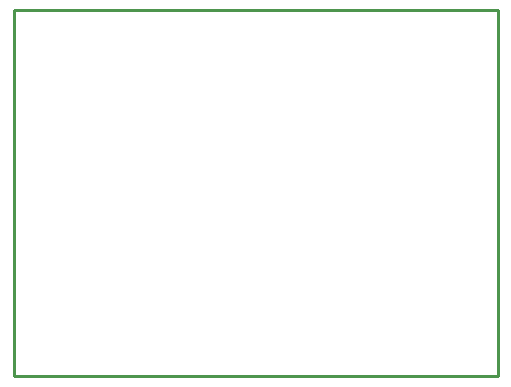
<source format=gm1>
%FSTAX25Y25*%
%MOIN*%
%SFA1B1*%

%IPPOS*%
%ADD25C,0.010000*%
%LNtop_board1-1*%
%LPD*%
G54D25*
X0100394Y0100394D02*
X0261811D01*
Y0222441*
X0100394D02*
X0261811D01*
X0100394Y0100394D02*
Y0222441D01*
M02*
</source>
